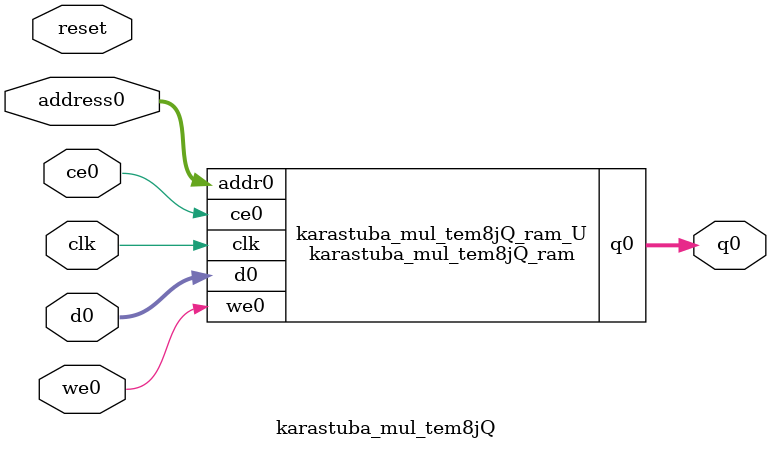
<source format=v>
`timescale 1 ns / 1 ps
module karastuba_mul_tem8jQ_ram (addr0, ce0, d0, we0, q0,  clk);

parameter DWIDTH = 32;
parameter AWIDTH = 7;
parameter MEM_SIZE = 128;

input[AWIDTH-1:0] addr0;
input ce0;
input[DWIDTH-1:0] d0;
input we0;
output reg[DWIDTH-1:0] q0;
input clk;

(* ram_style = "block" *)reg [DWIDTH-1:0] ram[0:MEM_SIZE-1];




always @(posedge clk)  
begin 
    if (ce0) begin
        if (we0) 
            ram[addr0] <= d0; 
        q0 <= ram[addr0];
    end
end


endmodule

`timescale 1 ns / 1 ps
module karastuba_mul_tem8jQ(
    reset,
    clk,
    address0,
    ce0,
    we0,
    d0,
    q0);

parameter DataWidth = 32'd32;
parameter AddressRange = 32'd128;
parameter AddressWidth = 32'd7;
input reset;
input clk;
input[AddressWidth - 1:0] address0;
input ce0;
input we0;
input[DataWidth - 1:0] d0;
output[DataWidth - 1:0] q0;



karastuba_mul_tem8jQ_ram karastuba_mul_tem8jQ_ram_U(
    .clk( clk ),
    .addr0( address0 ),
    .ce0( ce0 ),
    .we0( we0 ),
    .d0( d0 ),
    .q0( q0 ));

endmodule


</source>
